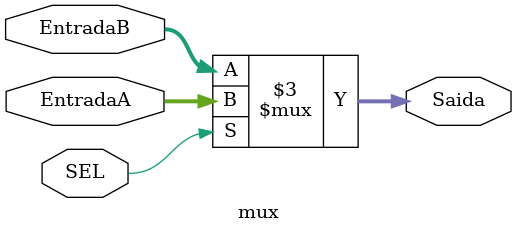
<source format=v>
module mux (
	input [31:0] EntradaA,EntradaB,
	input SEL,
	output reg [31:0] Saida
);

	always @(*)begin
		if(SEL)begin
			Saida <= EntradaA;
		end
		else begin
			Saida <= EntradaB;
		end 
	end

endmodule 
</source>
